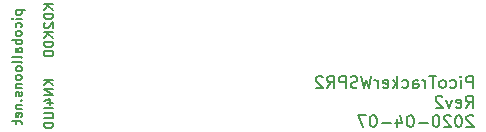
<source format=gbr>
G04 #@! TF.GenerationSoftware,KiCad,Pcbnew,(5.1.5)-3*
G04 #@! TF.CreationDate,2020-04-07T22:18:27-04:00*
G04 #@! TF.ProjectId,PicoTrackerWSPR2Rev2,5069636f-5472-4616-936b-657257535052,rev?*
G04 #@! TF.SameCoordinates,Original*
G04 #@! TF.FileFunction,Legend,Bot*
G04 #@! TF.FilePolarity,Positive*
%FSLAX46Y46*%
G04 Gerber Fmt 4.6, Leading zero omitted, Abs format (unit mm)*
G04 Created by KiCad (PCBNEW (5.1.5)-3) date 2020-04-07 22:18:27*
%MOMM*%
%LPD*%
G04 APERTURE LIST*
%ADD10C,0.150000*%
G04 APERTURE END LIST*
D10*
X77196904Y-73799952D02*
X76396904Y-73799952D01*
X77196904Y-74257095D02*
X76739761Y-73914238D01*
X76396904Y-74257095D02*
X76854047Y-73799952D01*
X77196904Y-74599952D02*
X76396904Y-74599952D01*
X77196904Y-75057095D01*
X76396904Y-75057095D01*
X76663571Y-75780904D02*
X77196904Y-75780904D01*
X76358809Y-75590428D02*
X76930238Y-75399952D01*
X76930238Y-75895190D01*
X77196904Y-76199952D02*
X76396904Y-76199952D01*
X76396904Y-76580904D02*
X77044523Y-76580904D01*
X77120714Y-76619000D01*
X77158809Y-76657095D01*
X77196904Y-76733285D01*
X77196904Y-76885666D01*
X77158809Y-76961857D01*
X77120714Y-76999952D01*
X77044523Y-77038047D01*
X76396904Y-77038047D01*
X77196904Y-77419000D02*
X76396904Y-77419000D01*
X76396904Y-77609476D01*
X76435000Y-77723761D01*
X76511190Y-77799952D01*
X76587380Y-77838047D01*
X76739761Y-77876142D01*
X76854047Y-77876142D01*
X77006428Y-77838047D01*
X77082619Y-77799952D01*
X77158809Y-77723761D01*
X77196904Y-77609476D01*
X77196904Y-77419000D01*
X77196904Y-67405523D02*
X76396904Y-67405523D01*
X77196904Y-67862666D02*
X76739761Y-67519809D01*
X76396904Y-67862666D02*
X76854047Y-67405523D01*
X77196904Y-68205523D02*
X76396904Y-68205523D01*
X76396904Y-68396000D01*
X76435000Y-68510285D01*
X76511190Y-68586476D01*
X76587380Y-68624571D01*
X76739761Y-68662666D01*
X76854047Y-68662666D01*
X77006428Y-68624571D01*
X77082619Y-68586476D01*
X77158809Y-68510285D01*
X77196904Y-68396000D01*
X77196904Y-68205523D01*
X76473095Y-68967428D02*
X76435000Y-69005523D01*
X76396904Y-69081714D01*
X76396904Y-69272190D01*
X76435000Y-69348380D01*
X76473095Y-69386476D01*
X76549285Y-69424571D01*
X76625476Y-69424571D01*
X76739761Y-69386476D01*
X77196904Y-68929333D01*
X77196904Y-69424571D01*
X77196904Y-69767428D02*
X76396904Y-69767428D01*
X77196904Y-70224571D02*
X76739761Y-69881714D01*
X76396904Y-70224571D02*
X76854047Y-69767428D01*
X77196904Y-70567428D02*
X76396904Y-70567428D01*
X76396904Y-70757904D01*
X76435000Y-70872190D01*
X76511190Y-70948380D01*
X76587380Y-70986476D01*
X76739761Y-71024571D01*
X76854047Y-71024571D01*
X77006428Y-70986476D01*
X77082619Y-70948380D01*
X77158809Y-70872190D01*
X77196904Y-70757904D01*
X77196904Y-70567428D01*
X77196904Y-71367428D02*
X76396904Y-71367428D01*
X76396904Y-71557904D01*
X76435000Y-71672190D01*
X76511190Y-71748380D01*
X76587380Y-71786476D01*
X76739761Y-71824571D01*
X76854047Y-71824571D01*
X77006428Y-71786476D01*
X77082619Y-71748380D01*
X77158809Y-71672190D01*
X77196904Y-71557904D01*
X77196904Y-71367428D01*
X73996571Y-67901142D02*
X74796571Y-67901142D01*
X74034666Y-67901142D02*
X73996571Y-67977333D01*
X73996571Y-68129714D01*
X74034666Y-68205904D01*
X74072761Y-68244000D01*
X74148952Y-68282095D01*
X74377523Y-68282095D01*
X74453714Y-68244000D01*
X74491809Y-68205904D01*
X74529904Y-68129714D01*
X74529904Y-67977333D01*
X74491809Y-67901142D01*
X74529904Y-68624952D02*
X73996571Y-68624952D01*
X73729904Y-68624952D02*
X73768000Y-68586857D01*
X73806095Y-68624952D01*
X73768000Y-68663047D01*
X73729904Y-68624952D01*
X73806095Y-68624952D01*
X74491809Y-69348761D02*
X74529904Y-69272571D01*
X74529904Y-69120190D01*
X74491809Y-69044000D01*
X74453714Y-69005904D01*
X74377523Y-68967809D01*
X74148952Y-68967809D01*
X74072761Y-69005904D01*
X74034666Y-69044000D01*
X73996571Y-69120190D01*
X73996571Y-69272571D01*
X74034666Y-69348761D01*
X74529904Y-69805904D02*
X74491809Y-69729714D01*
X74453714Y-69691619D01*
X74377523Y-69653523D01*
X74148952Y-69653523D01*
X74072761Y-69691619D01*
X74034666Y-69729714D01*
X73996571Y-69805904D01*
X73996571Y-69920190D01*
X74034666Y-69996380D01*
X74072761Y-70034476D01*
X74148952Y-70072571D01*
X74377523Y-70072571D01*
X74453714Y-70034476D01*
X74491809Y-69996380D01*
X74529904Y-69920190D01*
X74529904Y-69805904D01*
X74529904Y-70415428D02*
X73729904Y-70415428D01*
X74034666Y-70415428D02*
X73996571Y-70491619D01*
X73996571Y-70644000D01*
X74034666Y-70720190D01*
X74072761Y-70758285D01*
X74148952Y-70796380D01*
X74377523Y-70796380D01*
X74453714Y-70758285D01*
X74491809Y-70720190D01*
X74529904Y-70644000D01*
X74529904Y-70491619D01*
X74491809Y-70415428D01*
X74529904Y-71482095D02*
X74110857Y-71482095D01*
X74034666Y-71444000D01*
X73996571Y-71367809D01*
X73996571Y-71215428D01*
X74034666Y-71139238D01*
X74491809Y-71482095D02*
X74529904Y-71405904D01*
X74529904Y-71215428D01*
X74491809Y-71139238D01*
X74415619Y-71101142D01*
X74339428Y-71101142D01*
X74263238Y-71139238D01*
X74225142Y-71215428D01*
X74225142Y-71405904D01*
X74187047Y-71482095D01*
X74529904Y-71977333D02*
X74491809Y-71901142D01*
X74415619Y-71863047D01*
X73729904Y-71863047D01*
X74529904Y-72396380D02*
X74491809Y-72320190D01*
X74415619Y-72282095D01*
X73729904Y-72282095D01*
X74529904Y-72815428D02*
X74491809Y-72739238D01*
X74453714Y-72701142D01*
X74377523Y-72663047D01*
X74148952Y-72663047D01*
X74072761Y-72701142D01*
X74034666Y-72739238D01*
X73996571Y-72815428D01*
X73996571Y-72929714D01*
X74034666Y-73005904D01*
X74072761Y-73044000D01*
X74148952Y-73082095D01*
X74377523Y-73082095D01*
X74453714Y-73044000D01*
X74491809Y-73005904D01*
X74529904Y-72929714D01*
X74529904Y-72815428D01*
X74529904Y-73539238D02*
X74491809Y-73463047D01*
X74453714Y-73424952D01*
X74377523Y-73386857D01*
X74148952Y-73386857D01*
X74072761Y-73424952D01*
X74034666Y-73463047D01*
X73996571Y-73539238D01*
X73996571Y-73653523D01*
X74034666Y-73729714D01*
X74072761Y-73767809D01*
X74148952Y-73805904D01*
X74377523Y-73805904D01*
X74453714Y-73767809D01*
X74491809Y-73729714D01*
X74529904Y-73653523D01*
X74529904Y-73539238D01*
X73996571Y-74148761D02*
X74529904Y-74148761D01*
X74072761Y-74148761D02*
X74034666Y-74186857D01*
X73996571Y-74263047D01*
X73996571Y-74377333D01*
X74034666Y-74453523D01*
X74110857Y-74491619D01*
X74529904Y-74491619D01*
X74491809Y-74834476D02*
X74529904Y-74910666D01*
X74529904Y-75063047D01*
X74491809Y-75139238D01*
X74415619Y-75177333D01*
X74377523Y-75177333D01*
X74301333Y-75139238D01*
X74263238Y-75063047D01*
X74263238Y-74948761D01*
X74225142Y-74872571D01*
X74148952Y-74834476D01*
X74110857Y-74834476D01*
X74034666Y-74872571D01*
X73996571Y-74948761D01*
X73996571Y-75063047D01*
X74034666Y-75139238D01*
X74453714Y-75520190D02*
X74491809Y-75558285D01*
X74529904Y-75520190D01*
X74491809Y-75482095D01*
X74453714Y-75520190D01*
X74529904Y-75520190D01*
X73996571Y-75901142D02*
X74529904Y-75901142D01*
X74072761Y-75901142D02*
X74034666Y-75939238D01*
X73996571Y-76015428D01*
X73996571Y-76129714D01*
X74034666Y-76205904D01*
X74110857Y-76243999D01*
X74529904Y-76243999D01*
X74491809Y-76929714D02*
X74529904Y-76853523D01*
X74529904Y-76701142D01*
X74491809Y-76624952D01*
X74415619Y-76586857D01*
X74110857Y-76586857D01*
X74034666Y-76624952D01*
X73996571Y-76701142D01*
X73996571Y-76853523D01*
X74034666Y-76929714D01*
X74110857Y-76967809D01*
X74187047Y-76967809D01*
X74263238Y-76586857D01*
X73996571Y-77196380D02*
X73996571Y-77501142D01*
X73729904Y-77310666D02*
X74415619Y-77310666D01*
X74491809Y-77348761D01*
X74529904Y-77424952D01*
X74529904Y-77501142D01*
X112694404Y-74494380D02*
X112694404Y-73494380D01*
X112313452Y-73494380D01*
X112218214Y-73542000D01*
X112170595Y-73589619D01*
X112122976Y-73684857D01*
X112122976Y-73827714D01*
X112170595Y-73922952D01*
X112218214Y-73970571D01*
X112313452Y-74018190D01*
X112694404Y-74018190D01*
X111694404Y-74494380D02*
X111694404Y-73827714D01*
X111694404Y-73494380D02*
X111742023Y-73542000D01*
X111694404Y-73589619D01*
X111646785Y-73542000D01*
X111694404Y-73494380D01*
X111694404Y-73589619D01*
X110789642Y-74446761D02*
X110884880Y-74494380D01*
X111075357Y-74494380D01*
X111170595Y-74446761D01*
X111218214Y-74399142D01*
X111265833Y-74303904D01*
X111265833Y-74018190D01*
X111218214Y-73922952D01*
X111170595Y-73875333D01*
X111075357Y-73827714D01*
X110884880Y-73827714D01*
X110789642Y-73875333D01*
X110218214Y-74494380D02*
X110313452Y-74446761D01*
X110361071Y-74399142D01*
X110408690Y-74303904D01*
X110408690Y-74018190D01*
X110361071Y-73922952D01*
X110313452Y-73875333D01*
X110218214Y-73827714D01*
X110075357Y-73827714D01*
X109980119Y-73875333D01*
X109932500Y-73922952D01*
X109884880Y-74018190D01*
X109884880Y-74303904D01*
X109932500Y-74399142D01*
X109980119Y-74446761D01*
X110075357Y-74494380D01*
X110218214Y-74494380D01*
X109599166Y-73494380D02*
X109027738Y-73494380D01*
X109313452Y-74494380D02*
X109313452Y-73494380D01*
X108694404Y-74494380D02*
X108694404Y-73827714D01*
X108694404Y-74018190D02*
X108646785Y-73922952D01*
X108599166Y-73875333D01*
X108503928Y-73827714D01*
X108408690Y-73827714D01*
X107646785Y-74494380D02*
X107646785Y-73970571D01*
X107694404Y-73875333D01*
X107789642Y-73827714D01*
X107980119Y-73827714D01*
X108075357Y-73875333D01*
X107646785Y-74446761D02*
X107742023Y-74494380D01*
X107980119Y-74494380D01*
X108075357Y-74446761D01*
X108122976Y-74351523D01*
X108122976Y-74256285D01*
X108075357Y-74161047D01*
X107980119Y-74113428D01*
X107742023Y-74113428D01*
X107646785Y-74065809D01*
X106742023Y-74446761D02*
X106837261Y-74494380D01*
X107027738Y-74494380D01*
X107122976Y-74446761D01*
X107170595Y-74399142D01*
X107218214Y-74303904D01*
X107218214Y-74018190D01*
X107170595Y-73922952D01*
X107122976Y-73875333D01*
X107027738Y-73827714D01*
X106837261Y-73827714D01*
X106742023Y-73875333D01*
X106313452Y-74494380D02*
X106313452Y-73494380D01*
X106218214Y-74113428D02*
X105932500Y-74494380D01*
X105932500Y-73827714D02*
X106313452Y-74208666D01*
X105122976Y-74446761D02*
X105218214Y-74494380D01*
X105408690Y-74494380D01*
X105503928Y-74446761D01*
X105551547Y-74351523D01*
X105551547Y-73970571D01*
X105503928Y-73875333D01*
X105408690Y-73827714D01*
X105218214Y-73827714D01*
X105122976Y-73875333D01*
X105075357Y-73970571D01*
X105075357Y-74065809D01*
X105551547Y-74161047D01*
X104646785Y-74494380D02*
X104646785Y-73827714D01*
X104646785Y-74018190D02*
X104599166Y-73922952D01*
X104551547Y-73875333D01*
X104456309Y-73827714D01*
X104361071Y-73827714D01*
X104122976Y-73494380D02*
X103884880Y-74494380D01*
X103694404Y-73780095D01*
X103503928Y-74494380D01*
X103265833Y-73494380D01*
X102932500Y-74446761D02*
X102789642Y-74494380D01*
X102551547Y-74494380D01*
X102456309Y-74446761D01*
X102408690Y-74399142D01*
X102361071Y-74303904D01*
X102361071Y-74208666D01*
X102408690Y-74113428D01*
X102456309Y-74065809D01*
X102551547Y-74018190D01*
X102742023Y-73970571D01*
X102837261Y-73922952D01*
X102884880Y-73875333D01*
X102932500Y-73780095D01*
X102932500Y-73684857D01*
X102884880Y-73589619D01*
X102837261Y-73542000D01*
X102742023Y-73494380D01*
X102503928Y-73494380D01*
X102361071Y-73542000D01*
X101932500Y-74494380D02*
X101932500Y-73494380D01*
X101551547Y-73494380D01*
X101456309Y-73542000D01*
X101408690Y-73589619D01*
X101361071Y-73684857D01*
X101361071Y-73827714D01*
X101408690Y-73922952D01*
X101456309Y-73970571D01*
X101551547Y-74018190D01*
X101932500Y-74018190D01*
X100361071Y-74494380D02*
X100694404Y-74018190D01*
X100932500Y-74494380D02*
X100932500Y-73494380D01*
X100551547Y-73494380D01*
X100456309Y-73542000D01*
X100408690Y-73589619D01*
X100361071Y-73684857D01*
X100361071Y-73827714D01*
X100408690Y-73922952D01*
X100456309Y-73970571D01*
X100551547Y-74018190D01*
X100932500Y-74018190D01*
X99980119Y-73589619D02*
X99932500Y-73542000D01*
X99837261Y-73494380D01*
X99599166Y-73494380D01*
X99503928Y-73542000D01*
X99456309Y-73589619D01*
X99408690Y-73684857D01*
X99408690Y-73780095D01*
X99456309Y-73922952D01*
X100027738Y-74494380D01*
X99408690Y-74494380D01*
X112122976Y-76144380D02*
X112456309Y-75668190D01*
X112694404Y-76144380D02*
X112694404Y-75144380D01*
X112313452Y-75144380D01*
X112218214Y-75192000D01*
X112170595Y-75239619D01*
X112122976Y-75334857D01*
X112122976Y-75477714D01*
X112170595Y-75572952D01*
X112218214Y-75620571D01*
X112313452Y-75668190D01*
X112694404Y-75668190D01*
X111313452Y-76096761D02*
X111408690Y-76144380D01*
X111599166Y-76144380D01*
X111694404Y-76096761D01*
X111742023Y-76001523D01*
X111742023Y-75620571D01*
X111694404Y-75525333D01*
X111599166Y-75477714D01*
X111408690Y-75477714D01*
X111313452Y-75525333D01*
X111265833Y-75620571D01*
X111265833Y-75715809D01*
X111742023Y-75811047D01*
X110932500Y-75477714D02*
X110694404Y-76144380D01*
X110456309Y-75477714D01*
X110122976Y-75239619D02*
X110075357Y-75192000D01*
X109980119Y-75144380D01*
X109742023Y-75144380D01*
X109646785Y-75192000D01*
X109599166Y-75239619D01*
X109551547Y-75334857D01*
X109551547Y-75430095D01*
X109599166Y-75572952D01*
X110170595Y-76144380D01*
X109551547Y-76144380D01*
X112742023Y-76889619D02*
X112694404Y-76842000D01*
X112599166Y-76794380D01*
X112361071Y-76794380D01*
X112265833Y-76842000D01*
X112218214Y-76889619D01*
X112170595Y-76984857D01*
X112170595Y-77080095D01*
X112218214Y-77222952D01*
X112789642Y-77794380D01*
X112170595Y-77794380D01*
X111551547Y-76794380D02*
X111456309Y-76794380D01*
X111361071Y-76842000D01*
X111313452Y-76889619D01*
X111265833Y-76984857D01*
X111218214Y-77175333D01*
X111218214Y-77413428D01*
X111265833Y-77603904D01*
X111313452Y-77699142D01*
X111361071Y-77746761D01*
X111456309Y-77794380D01*
X111551547Y-77794380D01*
X111646785Y-77746761D01*
X111694404Y-77699142D01*
X111742023Y-77603904D01*
X111789642Y-77413428D01*
X111789642Y-77175333D01*
X111742023Y-76984857D01*
X111694404Y-76889619D01*
X111646785Y-76842000D01*
X111551547Y-76794380D01*
X110837261Y-76889619D02*
X110789642Y-76842000D01*
X110694404Y-76794380D01*
X110456309Y-76794380D01*
X110361071Y-76842000D01*
X110313452Y-76889619D01*
X110265833Y-76984857D01*
X110265833Y-77080095D01*
X110313452Y-77222952D01*
X110884880Y-77794380D01*
X110265833Y-77794380D01*
X109646785Y-76794380D02*
X109551547Y-76794380D01*
X109456309Y-76842000D01*
X109408690Y-76889619D01*
X109361071Y-76984857D01*
X109313452Y-77175333D01*
X109313452Y-77413428D01*
X109361071Y-77603904D01*
X109408690Y-77699142D01*
X109456309Y-77746761D01*
X109551547Y-77794380D01*
X109646785Y-77794380D01*
X109742023Y-77746761D01*
X109789642Y-77699142D01*
X109837261Y-77603904D01*
X109884880Y-77413428D01*
X109884880Y-77175333D01*
X109837261Y-76984857D01*
X109789642Y-76889619D01*
X109742023Y-76842000D01*
X109646785Y-76794380D01*
X108884880Y-77413428D02*
X108122976Y-77413428D01*
X107456309Y-76794380D02*
X107361071Y-76794380D01*
X107265833Y-76842000D01*
X107218214Y-76889619D01*
X107170595Y-76984857D01*
X107122976Y-77175333D01*
X107122976Y-77413428D01*
X107170595Y-77603904D01*
X107218214Y-77699142D01*
X107265833Y-77746761D01*
X107361071Y-77794380D01*
X107456309Y-77794380D01*
X107551547Y-77746761D01*
X107599166Y-77699142D01*
X107646785Y-77603904D01*
X107694404Y-77413428D01*
X107694404Y-77175333D01*
X107646785Y-76984857D01*
X107599166Y-76889619D01*
X107551547Y-76842000D01*
X107456309Y-76794380D01*
X106265833Y-77127714D02*
X106265833Y-77794380D01*
X106503928Y-76746761D02*
X106742023Y-77461047D01*
X106122976Y-77461047D01*
X105742023Y-77413428D02*
X104980119Y-77413428D01*
X104313452Y-76794380D02*
X104218214Y-76794380D01*
X104122976Y-76842000D01*
X104075357Y-76889619D01*
X104027738Y-76984857D01*
X103980119Y-77175333D01*
X103980119Y-77413428D01*
X104027738Y-77603904D01*
X104075357Y-77699142D01*
X104122976Y-77746761D01*
X104218214Y-77794380D01*
X104313452Y-77794380D01*
X104408690Y-77746761D01*
X104456309Y-77699142D01*
X104503928Y-77603904D01*
X104551547Y-77413428D01*
X104551547Y-77175333D01*
X104503928Y-76984857D01*
X104456309Y-76889619D01*
X104408690Y-76842000D01*
X104313452Y-76794380D01*
X103646785Y-76794380D02*
X102980119Y-76794380D01*
X103408690Y-77794380D01*
M02*

</source>
